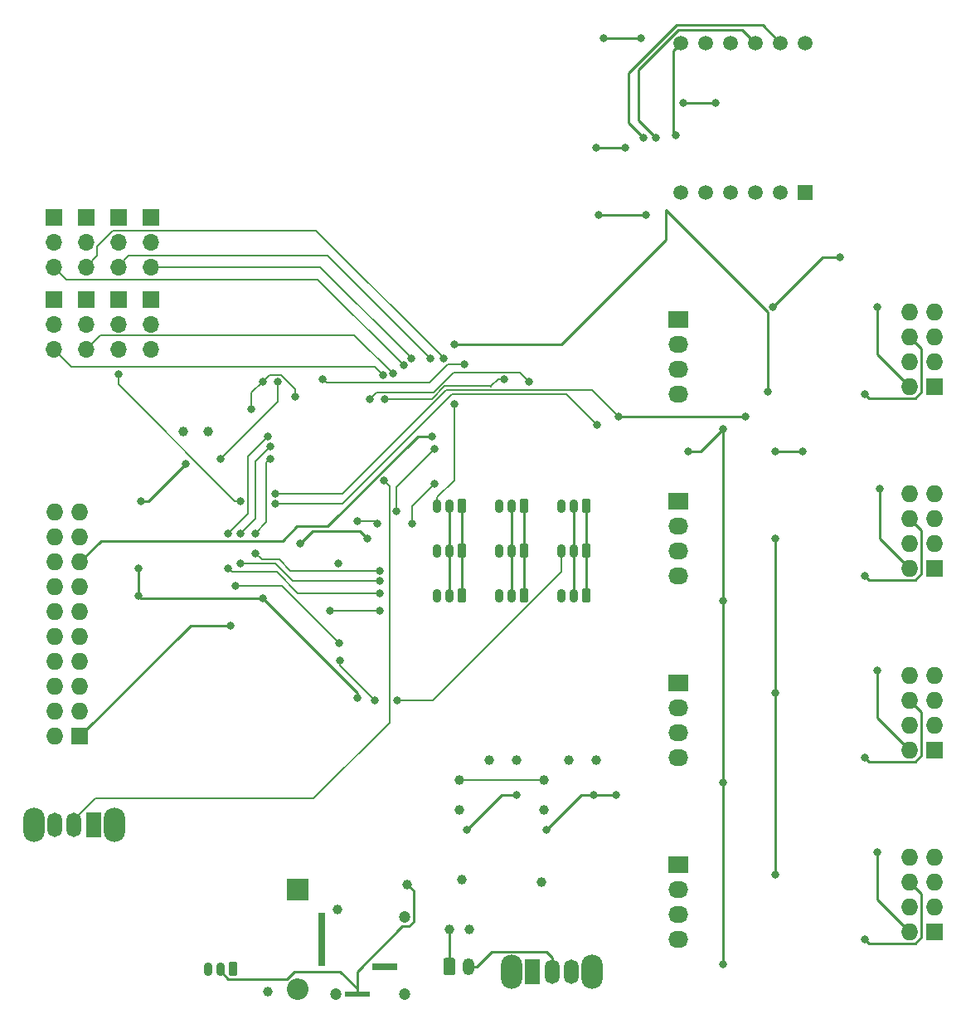
<source format=gbl>
G04 #@! TF.GenerationSoftware,KiCad,Pcbnew,(5.1.0-0)*
G04 #@! TF.CreationDate,2019-07-17T00:11:31+01:00*
G04 #@! TF.ProjectId,Face6,46616365-362e-46b6-9963-61645f706362,rev?*
G04 #@! TF.SameCoordinates,Original*
G04 #@! TF.FileFunction,Copper,L2,Bot*
G04 #@! TF.FilePolarity,Positive*
%FSLAX46Y46*%
G04 Gerber Fmt 4.6, Leading zero omitted, Abs format (unit mm)*
G04 Created by KiCad (PCBNEW (5.1.0-0)) date 2019-07-17 00:11:31*
%MOMM*%
%LPD*%
G04 APERTURE LIST*
%ADD10C,0.100000*%
%ADD11C,0.900000*%
%ADD12O,0.900000X1.400000*%
%ADD13R,2.200000X2.200000*%
%ADD14O,2.200000X2.200000*%
%ADD15R,1.727200X1.727200*%
%ADD16O,1.727200X1.727200*%
%ADD17O,2.200000X3.500000*%
%ADD18O,1.500000X2.500000*%
%ADD19R,1.500000X2.500000*%
%ADD20C,1.200000*%
%ADD21O,1.200000X1.750000*%
%ADD22R,1.500000X1.500000*%
%ADD23C,1.500000*%
%ADD24O,2.030000X1.730000*%
%ADD25R,2.030000X1.730000*%
%ADD26C,1.000000*%
%ADD27R,0.800000X5.500000*%
%ADD28R,2.600000X0.600000*%
%ADD29R,2.600000X0.800000*%
%ADD30R,1.700000X1.700000*%
%ADD31O,1.700000X1.700000*%
%ADD32C,0.800000*%
%ADD33C,0.150000*%
%ADD34C,0.250000*%
G04 APERTURE END LIST*
D10*
G36*
X156203054Y-134175083D02*
G01*
X156224895Y-134178323D01*
X156246314Y-134183688D01*
X156267104Y-134191127D01*
X156287064Y-134200568D01*
X156306003Y-134211919D01*
X156323738Y-134225073D01*
X156340099Y-134239901D01*
X156354927Y-134256262D01*
X156368081Y-134273997D01*
X156379432Y-134292936D01*
X156388873Y-134312896D01*
X156396312Y-134333686D01*
X156401677Y-134355105D01*
X156404917Y-134376946D01*
X156406000Y-134399000D01*
X156406000Y-135349000D01*
X156404917Y-135371054D01*
X156401677Y-135392895D01*
X156396312Y-135414314D01*
X156388873Y-135435104D01*
X156379432Y-135455064D01*
X156368081Y-135474003D01*
X156354927Y-135491738D01*
X156340099Y-135508099D01*
X156323738Y-135522927D01*
X156306003Y-135536081D01*
X156287064Y-135547432D01*
X156267104Y-135556873D01*
X156246314Y-135564312D01*
X156224895Y-135569677D01*
X156203054Y-135572917D01*
X156181000Y-135574000D01*
X155731000Y-135574000D01*
X155708946Y-135572917D01*
X155687105Y-135569677D01*
X155665686Y-135564312D01*
X155644896Y-135556873D01*
X155624936Y-135547432D01*
X155605997Y-135536081D01*
X155588262Y-135522927D01*
X155571901Y-135508099D01*
X155557073Y-135491738D01*
X155543919Y-135474003D01*
X155532568Y-135455064D01*
X155523127Y-135435104D01*
X155515688Y-135414314D01*
X155510323Y-135392895D01*
X155507083Y-135371054D01*
X155506000Y-135349000D01*
X155506000Y-134399000D01*
X155507083Y-134376946D01*
X155510323Y-134355105D01*
X155515688Y-134333686D01*
X155523127Y-134312896D01*
X155532568Y-134292936D01*
X155543919Y-134273997D01*
X155557073Y-134256262D01*
X155571901Y-134239901D01*
X155588262Y-134225073D01*
X155605997Y-134211919D01*
X155624936Y-134200568D01*
X155644896Y-134191127D01*
X155665686Y-134183688D01*
X155687105Y-134178323D01*
X155708946Y-134175083D01*
X155731000Y-134174000D01*
X156181000Y-134174000D01*
X156203054Y-134175083D01*
X156203054Y-134175083D01*
G37*
D11*
X155956000Y-134874000D03*
D12*
X154706000Y-134874000D03*
X153456000Y-134874000D03*
D13*
X162560000Y-126746000D03*
D14*
X162560000Y-136906000D03*
D15*
X140309600Y-111150400D03*
D16*
X137769600Y-111150400D03*
X140309600Y-108610400D03*
X137769600Y-108610400D03*
X140309600Y-106070400D03*
X137769600Y-106070400D03*
X140309600Y-103530400D03*
X137769600Y-103530400D03*
X140309600Y-100990400D03*
X137769600Y-100990400D03*
X140309600Y-98450400D03*
X137769600Y-98450400D03*
X140309600Y-95910400D03*
X137769600Y-95910400D03*
X140309600Y-93370400D03*
X137769600Y-93370400D03*
X140309600Y-90830400D03*
X137769600Y-90830400D03*
X140309600Y-88290400D03*
X137769600Y-88290400D03*
D17*
X192637600Y-135204200D03*
X184437600Y-135204200D03*
D18*
X190537600Y-135204200D03*
X188537600Y-135204200D03*
D19*
X186537600Y-135204200D03*
D10*
G36*
X178428505Y-133746204D02*
G01*
X178452773Y-133749804D01*
X178476572Y-133755765D01*
X178499671Y-133764030D01*
X178521850Y-133774520D01*
X178542893Y-133787132D01*
X178562599Y-133801747D01*
X178580777Y-133818223D01*
X178597253Y-133836401D01*
X178611868Y-133856107D01*
X178624480Y-133877150D01*
X178634970Y-133899329D01*
X178643235Y-133922428D01*
X178649196Y-133946227D01*
X178652796Y-133970495D01*
X178654000Y-133994999D01*
X178654000Y-135245001D01*
X178652796Y-135269505D01*
X178649196Y-135293773D01*
X178643235Y-135317572D01*
X178634970Y-135340671D01*
X178624480Y-135362850D01*
X178611868Y-135383893D01*
X178597253Y-135403599D01*
X178580777Y-135421777D01*
X178562599Y-135438253D01*
X178542893Y-135452868D01*
X178521850Y-135465480D01*
X178499671Y-135475970D01*
X178476572Y-135484235D01*
X178452773Y-135490196D01*
X178428505Y-135493796D01*
X178404001Y-135495000D01*
X177703999Y-135495000D01*
X177679495Y-135493796D01*
X177655227Y-135490196D01*
X177631428Y-135484235D01*
X177608329Y-135475970D01*
X177586150Y-135465480D01*
X177565107Y-135452868D01*
X177545401Y-135438253D01*
X177527223Y-135421777D01*
X177510747Y-135403599D01*
X177496132Y-135383893D01*
X177483520Y-135362850D01*
X177473030Y-135340671D01*
X177464765Y-135317572D01*
X177458804Y-135293773D01*
X177455204Y-135269505D01*
X177454000Y-135245001D01*
X177454000Y-133994999D01*
X177455204Y-133970495D01*
X177458804Y-133946227D01*
X177464765Y-133922428D01*
X177473030Y-133899329D01*
X177483520Y-133877150D01*
X177496132Y-133856107D01*
X177510747Y-133836401D01*
X177527223Y-133818223D01*
X177545401Y-133801747D01*
X177565107Y-133787132D01*
X177586150Y-133774520D01*
X177608329Y-133764030D01*
X177631428Y-133755765D01*
X177655227Y-133749804D01*
X177679495Y-133746204D01*
X177703999Y-133745000D01*
X178404001Y-133745000D01*
X178428505Y-133746204D01*
X178428505Y-133746204D01*
G37*
D20*
X178054000Y-134620000D03*
D21*
X180054000Y-134620000D03*
D22*
X214376000Y-55626000D03*
D23*
X211836000Y-55626000D03*
X209296000Y-55626000D03*
X206756000Y-55626000D03*
X204216000Y-55626000D03*
X201676000Y-55626000D03*
X201676000Y-40386000D03*
X204216000Y-40386000D03*
X206756000Y-40386000D03*
X209296000Y-40386000D03*
X211836000Y-40386000D03*
X214376000Y-40386000D03*
D15*
X227584000Y-75438000D03*
D16*
X225044000Y-75438000D03*
X227584000Y-72898000D03*
X225044000Y-72898000D03*
X227584000Y-70358000D03*
X225044000Y-70358000D03*
X227584000Y-67818000D03*
X225044000Y-67818000D03*
D24*
X201422000Y-76200000D03*
X201422000Y-73660000D03*
X201422000Y-71120000D03*
D25*
X201422000Y-68580000D03*
D16*
X225044000Y-86360000D03*
X227584000Y-86360000D03*
X225044000Y-88900000D03*
X227584000Y-88900000D03*
X225044000Y-91440000D03*
X227584000Y-91440000D03*
X225044000Y-93980000D03*
D15*
X227584000Y-93980000D03*
D25*
X201422000Y-87122000D03*
D24*
X201422000Y-89662000D03*
X201422000Y-92202000D03*
X201422000Y-94742000D03*
D15*
X227584000Y-112522000D03*
D16*
X225044000Y-112522000D03*
X227584000Y-109982000D03*
X225044000Y-109982000D03*
X227584000Y-107442000D03*
X225044000Y-107442000D03*
X227584000Y-104902000D03*
X225044000Y-104902000D03*
D25*
X201422000Y-105664000D03*
D24*
X201422000Y-108204000D03*
X201422000Y-110744000D03*
X201422000Y-113284000D03*
D16*
X225044000Y-123444000D03*
X227584000Y-123444000D03*
X225044000Y-125984000D03*
X227584000Y-125984000D03*
X225044000Y-128524000D03*
X227584000Y-128524000D03*
X225044000Y-131064000D03*
D15*
X227584000Y-131064000D03*
D24*
X201422000Y-131826000D03*
X201422000Y-129286000D03*
X201422000Y-126746000D03*
D25*
X201422000Y-124206000D03*
D20*
X173482000Y-129603500D03*
X173482000Y-137414000D03*
X166497000Y-137414000D03*
D26*
X166624000Y-128778000D03*
D27*
X165036500Y-131889500D03*
D28*
X168656000Y-137414000D03*
D29*
X171450000Y-134620000D03*
D12*
X176824000Y-96774000D03*
X178074000Y-96774000D03*
D10*
G36*
X179571054Y-96075083D02*
G01*
X179592895Y-96078323D01*
X179614314Y-96083688D01*
X179635104Y-96091127D01*
X179655064Y-96100568D01*
X179674003Y-96111919D01*
X179691738Y-96125073D01*
X179708099Y-96139901D01*
X179722927Y-96156262D01*
X179736081Y-96173997D01*
X179747432Y-96192936D01*
X179756873Y-96212896D01*
X179764312Y-96233686D01*
X179769677Y-96255105D01*
X179772917Y-96276946D01*
X179774000Y-96299000D01*
X179774000Y-97249000D01*
X179772917Y-97271054D01*
X179769677Y-97292895D01*
X179764312Y-97314314D01*
X179756873Y-97335104D01*
X179747432Y-97355064D01*
X179736081Y-97374003D01*
X179722927Y-97391738D01*
X179708099Y-97408099D01*
X179691738Y-97422927D01*
X179674003Y-97436081D01*
X179655064Y-97447432D01*
X179635104Y-97456873D01*
X179614314Y-97464312D01*
X179592895Y-97469677D01*
X179571054Y-97472917D01*
X179549000Y-97474000D01*
X179099000Y-97474000D01*
X179076946Y-97472917D01*
X179055105Y-97469677D01*
X179033686Y-97464312D01*
X179012896Y-97456873D01*
X178992936Y-97447432D01*
X178973997Y-97436081D01*
X178956262Y-97422927D01*
X178939901Y-97408099D01*
X178925073Y-97391738D01*
X178911919Y-97374003D01*
X178900568Y-97355064D01*
X178891127Y-97335104D01*
X178883688Y-97314314D01*
X178878323Y-97292895D01*
X178875083Y-97271054D01*
X178874000Y-97249000D01*
X178874000Y-96299000D01*
X178875083Y-96276946D01*
X178878323Y-96255105D01*
X178883688Y-96233686D01*
X178891127Y-96212896D01*
X178900568Y-96192936D01*
X178911919Y-96173997D01*
X178925073Y-96156262D01*
X178939901Y-96139901D01*
X178956262Y-96125073D01*
X178973997Y-96111919D01*
X178992936Y-96100568D01*
X179012896Y-96091127D01*
X179033686Y-96083688D01*
X179055105Y-96078323D01*
X179076946Y-96075083D01*
X179099000Y-96074000D01*
X179549000Y-96074000D01*
X179571054Y-96075083D01*
X179571054Y-96075083D01*
G37*
D11*
X179324000Y-96774000D03*
D12*
X189524000Y-87630000D03*
X190774000Y-87630000D03*
D10*
G36*
X192271054Y-86931083D02*
G01*
X192292895Y-86934323D01*
X192314314Y-86939688D01*
X192335104Y-86947127D01*
X192355064Y-86956568D01*
X192374003Y-86967919D01*
X192391738Y-86981073D01*
X192408099Y-86995901D01*
X192422927Y-87012262D01*
X192436081Y-87029997D01*
X192447432Y-87048936D01*
X192456873Y-87068896D01*
X192464312Y-87089686D01*
X192469677Y-87111105D01*
X192472917Y-87132946D01*
X192474000Y-87155000D01*
X192474000Y-88105000D01*
X192472917Y-88127054D01*
X192469677Y-88148895D01*
X192464312Y-88170314D01*
X192456873Y-88191104D01*
X192447432Y-88211064D01*
X192436081Y-88230003D01*
X192422927Y-88247738D01*
X192408099Y-88264099D01*
X192391738Y-88278927D01*
X192374003Y-88292081D01*
X192355064Y-88303432D01*
X192335104Y-88312873D01*
X192314314Y-88320312D01*
X192292895Y-88325677D01*
X192271054Y-88328917D01*
X192249000Y-88330000D01*
X191799000Y-88330000D01*
X191776946Y-88328917D01*
X191755105Y-88325677D01*
X191733686Y-88320312D01*
X191712896Y-88312873D01*
X191692936Y-88303432D01*
X191673997Y-88292081D01*
X191656262Y-88278927D01*
X191639901Y-88264099D01*
X191625073Y-88247738D01*
X191611919Y-88230003D01*
X191600568Y-88211064D01*
X191591127Y-88191104D01*
X191583688Y-88170314D01*
X191578323Y-88148895D01*
X191575083Y-88127054D01*
X191574000Y-88105000D01*
X191574000Y-87155000D01*
X191575083Y-87132946D01*
X191578323Y-87111105D01*
X191583688Y-87089686D01*
X191591127Y-87068896D01*
X191600568Y-87048936D01*
X191611919Y-87029997D01*
X191625073Y-87012262D01*
X191639901Y-86995901D01*
X191656262Y-86981073D01*
X191673997Y-86967919D01*
X191692936Y-86956568D01*
X191712896Y-86947127D01*
X191733686Y-86939688D01*
X191755105Y-86934323D01*
X191776946Y-86931083D01*
X191799000Y-86930000D01*
X192249000Y-86930000D01*
X192271054Y-86931083D01*
X192271054Y-86931083D01*
G37*
D11*
X192024000Y-87630000D03*
D12*
X189524000Y-96774000D03*
X190774000Y-96774000D03*
D10*
G36*
X192271054Y-96075083D02*
G01*
X192292895Y-96078323D01*
X192314314Y-96083688D01*
X192335104Y-96091127D01*
X192355064Y-96100568D01*
X192374003Y-96111919D01*
X192391738Y-96125073D01*
X192408099Y-96139901D01*
X192422927Y-96156262D01*
X192436081Y-96173997D01*
X192447432Y-96192936D01*
X192456873Y-96212896D01*
X192464312Y-96233686D01*
X192469677Y-96255105D01*
X192472917Y-96276946D01*
X192474000Y-96299000D01*
X192474000Y-97249000D01*
X192472917Y-97271054D01*
X192469677Y-97292895D01*
X192464312Y-97314314D01*
X192456873Y-97335104D01*
X192447432Y-97355064D01*
X192436081Y-97374003D01*
X192422927Y-97391738D01*
X192408099Y-97408099D01*
X192391738Y-97422927D01*
X192374003Y-97436081D01*
X192355064Y-97447432D01*
X192335104Y-97456873D01*
X192314314Y-97464312D01*
X192292895Y-97469677D01*
X192271054Y-97472917D01*
X192249000Y-97474000D01*
X191799000Y-97474000D01*
X191776946Y-97472917D01*
X191755105Y-97469677D01*
X191733686Y-97464312D01*
X191712896Y-97456873D01*
X191692936Y-97447432D01*
X191673997Y-97436081D01*
X191656262Y-97422927D01*
X191639901Y-97408099D01*
X191625073Y-97391738D01*
X191611919Y-97374003D01*
X191600568Y-97355064D01*
X191591127Y-97335104D01*
X191583688Y-97314314D01*
X191578323Y-97292895D01*
X191575083Y-97271054D01*
X191574000Y-97249000D01*
X191574000Y-96299000D01*
X191575083Y-96276946D01*
X191578323Y-96255105D01*
X191583688Y-96233686D01*
X191591127Y-96212896D01*
X191600568Y-96192936D01*
X191611919Y-96173997D01*
X191625073Y-96156262D01*
X191639901Y-96139901D01*
X191656262Y-96125073D01*
X191673997Y-96111919D01*
X191692936Y-96100568D01*
X191712896Y-96091127D01*
X191733686Y-96083688D01*
X191755105Y-96078323D01*
X191776946Y-96075083D01*
X191799000Y-96074000D01*
X192249000Y-96074000D01*
X192271054Y-96075083D01*
X192271054Y-96075083D01*
G37*
D11*
X192024000Y-96774000D03*
D10*
G36*
X185921054Y-96075083D02*
G01*
X185942895Y-96078323D01*
X185964314Y-96083688D01*
X185985104Y-96091127D01*
X186005064Y-96100568D01*
X186024003Y-96111919D01*
X186041738Y-96125073D01*
X186058099Y-96139901D01*
X186072927Y-96156262D01*
X186086081Y-96173997D01*
X186097432Y-96192936D01*
X186106873Y-96212896D01*
X186114312Y-96233686D01*
X186119677Y-96255105D01*
X186122917Y-96276946D01*
X186124000Y-96299000D01*
X186124000Y-97249000D01*
X186122917Y-97271054D01*
X186119677Y-97292895D01*
X186114312Y-97314314D01*
X186106873Y-97335104D01*
X186097432Y-97355064D01*
X186086081Y-97374003D01*
X186072927Y-97391738D01*
X186058099Y-97408099D01*
X186041738Y-97422927D01*
X186024003Y-97436081D01*
X186005064Y-97447432D01*
X185985104Y-97456873D01*
X185964314Y-97464312D01*
X185942895Y-97469677D01*
X185921054Y-97472917D01*
X185899000Y-97474000D01*
X185449000Y-97474000D01*
X185426946Y-97472917D01*
X185405105Y-97469677D01*
X185383686Y-97464312D01*
X185362896Y-97456873D01*
X185342936Y-97447432D01*
X185323997Y-97436081D01*
X185306262Y-97422927D01*
X185289901Y-97408099D01*
X185275073Y-97391738D01*
X185261919Y-97374003D01*
X185250568Y-97355064D01*
X185241127Y-97335104D01*
X185233688Y-97314314D01*
X185228323Y-97292895D01*
X185225083Y-97271054D01*
X185224000Y-97249000D01*
X185224000Y-96299000D01*
X185225083Y-96276946D01*
X185228323Y-96255105D01*
X185233688Y-96233686D01*
X185241127Y-96212896D01*
X185250568Y-96192936D01*
X185261919Y-96173997D01*
X185275073Y-96156262D01*
X185289901Y-96139901D01*
X185306262Y-96125073D01*
X185323997Y-96111919D01*
X185342936Y-96100568D01*
X185362896Y-96091127D01*
X185383686Y-96083688D01*
X185405105Y-96078323D01*
X185426946Y-96075083D01*
X185449000Y-96074000D01*
X185899000Y-96074000D01*
X185921054Y-96075083D01*
X185921054Y-96075083D01*
G37*
D11*
X185674000Y-96774000D03*
D12*
X184424000Y-96774000D03*
X183174000Y-96774000D03*
D10*
G36*
X185921054Y-86931083D02*
G01*
X185942895Y-86934323D01*
X185964314Y-86939688D01*
X185985104Y-86947127D01*
X186005064Y-86956568D01*
X186024003Y-86967919D01*
X186041738Y-86981073D01*
X186058099Y-86995901D01*
X186072927Y-87012262D01*
X186086081Y-87029997D01*
X186097432Y-87048936D01*
X186106873Y-87068896D01*
X186114312Y-87089686D01*
X186119677Y-87111105D01*
X186122917Y-87132946D01*
X186124000Y-87155000D01*
X186124000Y-88105000D01*
X186122917Y-88127054D01*
X186119677Y-88148895D01*
X186114312Y-88170314D01*
X186106873Y-88191104D01*
X186097432Y-88211064D01*
X186086081Y-88230003D01*
X186072927Y-88247738D01*
X186058099Y-88264099D01*
X186041738Y-88278927D01*
X186024003Y-88292081D01*
X186005064Y-88303432D01*
X185985104Y-88312873D01*
X185964314Y-88320312D01*
X185942895Y-88325677D01*
X185921054Y-88328917D01*
X185899000Y-88330000D01*
X185449000Y-88330000D01*
X185426946Y-88328917D01*
X185405105Y-88325677D01*
X185383686Y-88320312D01*
X185362896Y-88312873D01*
X185342936Y-88303432D01*
X185323997Y-88292081D01*
X185306262Y-88278927D01*
X185289901Y-88264099D01*
X185275073Y-88247738D01*
X185261919Y-88230003D01*
X185250568Y-88211064D01*
X185241127Y-88191104D01*
X185233688Y-88170314D01*
X185228323Y-88148895D01*
X185225083Y-88127054D01*
X185224000Y-88105000D01*
X185224000Y-87155000D01*
X185225083Y-87132946D01*
X185228323Y-87111105D01*
X185233688Y-87089686D01*
X185241127Y-87068896D01*
X185250568Y-87048936D01*
X185261919Y-87029997D01*
X185275073Y-87012262D01*
X185289901Y-86995901D01*
X185306262Y-86981073D01*
X185323997Y-86967919D01*
X185342936Y-86956568D01*
X185362896Y-86947127D01*
X185383686Y-86939688D01*
X185405105Y-86934323D01*
X185426946Y-86931083D01*
X185449000Y-86930000D01*
X185899000Y-86930000D01*
X185921054Y-86931083D01*
X185921054Y-86931083D01*
G37*
D11*
X185674000Y-87630000D03*
D12*
X184424000Y-87630000D03*
X183174000Y-87630000D03*
D10*
G36*
X185921054Y-91503083D02*
G01*
X185942895Y-91506323D01*
X185964314Y-91511688D01*
X185985104Y-91519127D01*
X186005064Y-91528568D01*
X186024003Y-91539919D01*
X186041738Y-91553073D01*
X186058099Y-91567901D01*
X186072927Y-91584262D01*
X186086081Y-91601997D01*
X186097432Y-91620936D01*
X186106873Y-91640896D01*
X186114312Y-91661686D01*
X186119677Y-91683105D01*
X186122917Y-91704946D01*
X186124000Y-91727000D01*
X186124000Y-92677000D01*
X186122917Y-92699054D01*
X186119677Y-92720895D01*
X186114312Y-92742314D01*
X186106873Y-92763104D01*
X186097432Y-92783064D01*
X186086081Y-92802003D01*
X186072927Y-92819738D01*
X186058099Y-92836099D01*
X186041738Y-92850927D01*
X186024003Y-92864081D01*
X186005064Y-92875432D01*
X185985104Y-92884873D01*
X185964314Y-92892312D01*
X185942895Y-92897677D01*
X185921054Y-92900917D01*
X185899000Y-92902000D01*
X185449000Y-92902000D01*
X185426946Y-92900917D01*
X185405105Y-92897677D01*
X185383686Y-92892312D01*
X185362896Y-92884873D01*
X185342936Y-92875432D01*
X185323997Y-92864081D01*
X185306262Y-92850927D01*
X185289901Y-92836099D01*
X185275073Y-92819738D01*
X185261919Y-92802003D01*
X185250568Y-92783064D01*
X185241127Y-92763104D01*
X185233688Y-92742314D01*
X185228323Y-92720895D01*
X185225083Y-92699054D01*
X185224000Y-92677000D01*
X185224000Y-91727000D01*
X185225083Y-91704946D01*
X185228323Y-91683105D01*
X185233688Y-91661686D01*
X185241127Y-91640896D01*
X185250568Y-91620936D01*
X185261919Y-91601997D01*
X185275073Y-91584262D01*
X185289901Y-91567901D01*
X185306262Y-91553073D01*
X185323997Y-91539919D01*
X185342936Y-91528568D01*
X185362896Y-91519127D01*
X185383686Y-91511688D01*
X185405105Y-91506323D01*
X185426946Y-91503083D01*
X185449000Y-91502000D01*
X185899000Y-91502000D01*
X185921054Y-91503083D01*
X185921054Y-91503083D01*
G37*
D11*
X185674000Y-92202000D03*
D12*
X184424000Y-92202000D03*
X183174000Y-92202000D03*
D10*
G36*
X179571054Y-86931083D02*
G01*
X179592895Y-86934323D01*
X179614314Y-86939688D01*
X179635104Y-86947127D01*
X179655064Y-86956568D01*
X179674003Y-86967919D01*
X179691738Y-86981073D01*
X179708099Y-86995901D01*
X179722927Y-87012262D01*
X179736081Y-87029997D01*
X179747432Y-87048936D01*
X179756873Y-87068896D01*
X179764312Y-87089686D01*
X179769677Y-87111105D01*
X179772917Y-87132946D01*
X179774000Y-87155000D01*
X179774000Y-88105000D01*
X179772917Y-88127054D01*
X179769677Y-88148895D01*
X179764312Y-88170314D01*
X179756873Y-88191104D01*
X179747432Y-88211064D01*
X179736081Y-88230003D01*
X179722927Y-88247738D01*
X179708099Y-88264099D01*
X179691738Y-88278927D01*
X179674003Y-88292081D01*
X179655064Y-88303432D01*
X179635104Y-88312873D01*
X179614314Y-88320312D01*
X179592895Y-88325677D01*
X179571054Y-88328917D01*
X179549000Y-88330000D01*
X179099000Y-88330000D01*
X179076946Y-88328917D01*
X179055105Y-88325677D01*
X179033686Y-88320312D01*
X179012896Y-88312873D01*
X178992936Y-88303432D01*
X178973997Y-88292081D01*
X178956262Y-88278927D01*
X178939901Y-88264099D01*
X178925073Y-88247738D01*
X178911919Y-88230003D01*
X178900568Y-88211064D01*
X178891127Y-88191104D01*
X178883688Y-88170314D01*
X178878323Y-88148895D01*
X178875083Y-88127054D01*
X178874000Y-88105000D01*
X178874000Y-87155000D01*
X178875083Y-87132946D01*
X178878323Y-87111105D01*
X178883688Y-87089686D01*
X178891127Y-87068896D01*
X178900568Y-87048936D01*
X178911919Y-87029997D01*
X178925073Y-87012262D01*
X178939901Y-86995901D01*
X178956262Y-86981073D01*
X178973997Y-86967919D01*
X178992936Y-86956568D01*
X179012896Y-86947127D01*
X179033686Y-86939688D01*
X179055105Y-86934323D01*
X179076946Y-86931083D01*
X179099000Y-86930000D01*
X179549000Y-86930000D01*
X179571054Y-86931083D01*
X179571054Y-86931083D01*
G37*
D11*
X179324000Y-87630000D03*
D12*
X178074000Y-87630000D03*
X176824000Y-87630000D03*
D10*
G36*
X179571054Y-91503083D02*
G01*
X179592895Y-91506323D01*
X179614314Y-91511688D01*
X179635104Y-91519127D01*
X179655064Y-91528568D01*
X179674003Y-91539919D01*
X179691738Y-91553073D01*
X179708099Y-91567901D01*
X179722927Y-91584262D01*
X179736081Y-91601997D01*
X179747432Y-91620936D01*
X179756873Y-91640896D01*
X179764312Y-91661686D01*
X179769677Y-91683105D01*
X179772917Y-91704946D01*
X179774000Y-91727000D01*
X179774000Y-92677000D01*
X179772917Y-92699054D01*
X179769677Y-92720895D01*
X179764312Y-92742314D01*
X179756873Y-92763104D01*
X179747432Y-92783064D01*
X179736081Y-92802003D01*
X179722927Y-92819738D01*
X179708099Y-92836099D01*
X179691738Y-92850927D01*
X179674003Y-92864081D01*
X179655064Y-92875432D01*
X179635104Y-92884873D01*
X179614314Y-92892312D01*
X179592895Y-92897677D01*
X179571054Y-92900917D01*
X179549000Y-92902000D01*
X179099000Y-92902000D01*
X179076946Y-92900917D01*
X179055105Y-92897677D01*
X179033686Y-92892312D01*
X179012896Y-92884873D01*
X178992936Y-92875432D01*
X178973997Y-92864081D01*
X178956262Y-92850927D01*
X178939901Y-92836099D01*
X178925073Y-92819738D01*
X178911919Y-92802003D01*
X178900568Y-92783064D01*
X178891127Y-92763104D01*
X178883688Y-92742314D01*
X178878323Y-92720895D01*
X178875083Y-92699054D01*
X178874000Y-92677000D01*
X178874000Y-91727000D01*
X178875083Y-91704946D01*
X178878323Y-91683105D01*
X178883688Y-91661686D01*
X178891127Y-91640896D01*
X178900568Y-91620936D01*
X178911919Y-91601997D01*
X178925073Y-91584262D01*
X178939901Y-91567901D01*
X178956262Y-91553073D01*
X178973997Y-91539919D01*
X178992936Y-91528568D01*
X179012896Y-91519127D01*
X179033686Y-91511688D01*
X179055105Y-91506323D01*
X179076946Y-91503083D01*
X179099000Y-91502000D01*
X179549000Y-91502000D01*
X179571054Y-91503083D01*
X179571054Y-91503083D01*
G37*
D11*
X179324000Y-92202000D03*
D12*
X178074000Y-92202000D03*
X176824000Y-92202000D03*
X189524000Y-92202000D03*
X190774000Y-92202000D03*
D10*
G36*
X192271054Y-91503083D02*
G01*
X192292895Y-91506323D01*
X192314314Y-91511688D01*
X192335104Y-91519127D01*
X192355064Y-91528568D01*
X192374003Y-91539919D01*
X192391738Y-91553073D01*
X192408099Y-91567901D01*
X192422927Y-91584262D01*
X192436081Y-91601997D01*
X192447432Y-91620936D01*
X192456873Y-91640896D01*
X192464312Y-91661686D01*
X192469677Y-91683105D01*
X192472917Y-91704946D01*
X192474000Y-91727000D01*
X192474000Y-92677000D01*
X192472917Y-92699054D01*
X192469677Y-92720895D01*
X192464312Y-92742314D01*
X192456873Y-92763104D01*
X192447432Y-92783064D01*
X192436081Y-92802003D01*
X192422927Y-92819738D01*
X192408099Y-92836099D01*
X192391738Y-92850927D01*
X192374003Y-92864081D01*
X192355064Y-92875432D01*
X192335104Y-92884873D01*
X192314314Y-92892312D01*
X192292895Y-92897677D01*
X192271054Y-92900917D01*
X192249000Y-92902000D01*
X191799000Y-92902000D01*
X191776946Y-92900917D01*
X191755105Y-92897677D01*
X191733686Y-92892312D01*
X191712896Y-92884873D01*
X191692936Y-92875432D01*
X191673997Y-92864081D01*
X191656262Y-92850927D01*
X191639901Y-92836099D01*
X191625073Y-92819738D01*
X191611919Y-92802003D01*
X191600568Y-92783064D01*
X191591127Y-92763104D01*
X191583688Y-92742314D01*
X191578323Y-92720895D01*
X191575083Y-92699054D01*
X191574000Y-92677000D01*
X191574000Y-91727000D01*
X191575083Y-91704946D01*
X191578323Y-91683105D01*
X191583688Y-91661686D01*
X191591127Y-91640896D01*
X191600568Y-91620936D01*
X191611919Y-91601997D01*
X191625073Y-91584262D01*
X191639901Y-91567901D01*
X191656262Y-91553073D01*
X191673997Y-91539919D01*
X191692936Y-91528568D01*
X191712896Y-91519127D01*
X191733686Y-91511688D01*
X191755105Y-91506323D01*
X191776946Y-91503083D01*
X191799000Y-91502000D01*
X192249000Y-91502000D01*
X192271054Y-91503083D01*
X192271054Y-91503083D01*
G37*
D11*
X192024000Y-92202000D03*
D19*
X141728000Y-120142000D03*
D18*
X139728000Y-120142000D03*
X137728000Y-120142000D03*
D17*
X143828000Y-120142000D03*
X135628000Y-120142000D03*
D30*
X137668000Y-58166000D03*
D31*
X137668000Y-60706000D03*
X137668000Y-63246000D03*
X137668000Y-71628000D03*
X137668000Y-69088000D03*
D30*
X137668000Y-66548000D03*
X140970000Y-58213001D03*
D31*
X140970000Y-60753001D03*
X140970000Y-63293001D03*
X140970000Y-71628000D03*
X140970000Y-69088000D03*
D30*
X140970000Y-66548000D03*
X144299001Y-58213001D03*
D31*
X144299001Y-60753001D03*
X144299001Y-63293001D03*
X144272000Y-71628000D03*
X144272000Y-69088000D03*
D30*
X144272000Y-66548000D03*
X147574000Y-58166000D03*
D31*
X147574000Y-60706000D03*
X147574000Y-63246000D03*
X147574000Y-71628000D03*
X147574000Y-69088000D03*
D30*
X147574000Y-66548000D03*
D26*
X173736000Y-126238000D03*
X179324000Y-125730000D03*
X187706000Y-118618000D03*
X187452000Y-125984000D03*
X179070000Y-118618000D03*
X179070000Y-115570000D03*
X193040000Y-113538000D03*
X190246000Y-113538000D03*
X187706000Y-115570000D03*
X184912000Y-113538000D03*
X182118000Y-113538000D03*
X178054000Y-130810000D03*
X180086000Y-130810000D03*
X159512000Y-137160000D03*
X150876000Y-80010000D03*
X153416000Y-80010000D03*
D32*
X157844990Y-77724000D03*
X159004000Y-74930000D03*
X201930000Y-46482000D03*
X205232000Y-46482000D03*
X159004000Y-97028000D03*
X214122000Y-82042000D03*
X211328000Y-82042000D03*
X211328000Y-90932000D03*
X211328000Y-106680000D03*
X211328000Y-125222000D03*
X162306000Y-76454000D03*
X196051000Y-51054000D03*
X151130000Y-83312000D03*
X146558000Y-87122000D03*
X146304000Y-93980000D03*
X146304000Y-96774000D03*
X168656000Y-107188000D03*
X193040000Y-51054000D03*
X179832000Y-120650000D03*
X184912000Y-117094000D03*
X162814000Y-91440000D03*
X169672000Y-90932000D03*
X155702000Y-99822000D03*
X160528000Y-74930000D03*
X154686000Y-82804000D03*
X176530000Y-81788000D03*
X172633010Y-88138000D03*
X187960000Y-120650000D03*
X192786000Y-117094000D03*
X195072000Y-117094000D03*
X193294000Y-57912000D03*
X198120000Y-57912000D03*
X176275988Y-80518000D03*
X173385695Y-73309695D03*
X171292305Y-74254990D03*
X177510671Y-72570011D03*
X172287367Y-74155613D03*
X176106201Y-72570011D03*
X156718000Y-87122000D03*
X144272000Y-74168000D03*
X174211956Y-72570011D03*
X156210000Y-95758000D03*
X166791010Y-101600000D03*
X171395816Y-85035816D03*
X202438000Y-82042000D03*
X205994000Y-79756000D03*
X205994000Y-97282000D03*
X205994000Y-115824000D03*
X205994000Y-134366000D03*
X193802000Y-39878000D03*
X197612000Y-39878000D03*
X210566000Y-75946000D03*
X178562000Y-71120000D03*
X195326000Y-78486000D03*
X208280000Y-78486000D03*
X160274000Y-86360000D03*
X193171660Y-79370340D03*
X160274000Y-87376000D03*
X220472000Y-94742000D03*
X221996000Y-85852000D03*
X221742000Y-104394000D03*
X220472000Y-113284000D03*
X220472000Y-131826000D03*
X221742000Y-122936000D03*
X217932000Y-62230000D03*
X211074000Y-67310000D03*
X221742000Y-67310000D03*
X220472000Y-76200000D03*
X201168000Y-49784000D03*
X199136000Y-50038000D03*
X197866000Y-50038000D03*
X170942000Y-96520000D03*
X159512000Y-80518000D03*
X155448000Y-93980000D03*
X155448008Y-90424000D03*
X171449996Y-76708000D03*
X183642000Y-74676000D03*
X170434000Y-107442000D03*
X172720000Y-107442000D03*
X166878000Y-103378000D03*
X170942000Y-95250000D03*
X159766000Y-81534000D03*
X156717998Y-93472000D03*
X156718000Y-90460990D03*
X169926000Y-76708000D03*
X186182000Y-74930000D03*
X166710990Y-93472002D03*
X165100000Y-74676000D03*
X179578000Y-73152000D03*
X178562002Y-77216002D03*
X165862000Y-98298000D03*
X170942000Y-98298000D03*
X159766000Y-82804000D03*
X158242000Y-90424000D03*
X158242000Y-92456000D03*
X170942000Y-94234000D03*
X168656000Y-89154000D03*
X170688000Y-89408000D03*
X174244000Y-89408000D03*
X176530000Y-85344000D03*
D33*
X157844990Y-76089010D02*
X159004000Y-74930000D01*
X157844990Y-77724000D02*
X157844990Y-76089010D01*
D34*
X201930000Y-46482000D02*
X205232000Y-46482000D01*
X214122000Y-82042000D02*
X211328000Y-82042000D01*
X211328000Y-90932000D02*
X211328000Y-106680000D01*
X211328000Y-106680000D02*
X211328000Y-125222000D01*
D33*
X162306000Y-75708998D02*
X162306000Y-76454000D01*
X160852001Y-74254999D02*
X162306000Y-75708998D01*
X159679001Y-74254999D02*
X160852001Y-74254999D01*
X159004000Y-74930000D02*
X159679001Y-74254999D01*
X179070000Y-115570000D02*
X187706000Y-115570000D01*
D34*
X147320000Y-87122000D02*
X146558000Y-87122000D01*
X151130000Y-83312000D02*
X147320000Y-87122000D01*
X146304000Y-93980000D02*
X146304000Y-96774000D01*
X146558000Y-97028000D02*
X146304000Y-96774000D01*
X159004000Y-97028000D02*
X146558000Y-97028000D01*
X179324000Y-87630000D02*
X179324000Y-92202000D01*
X179324000Y-92202000D02*
X179324000Y-96774000D01*
X185674000Y-87630000D02*
X185674000Y-92202000D01*
X185674000Y-92202000D02*
X185674000Y-96774000D01*
X192024000Y-87630000D02*
X192024000Y-92202000D01*
X192024000Y-92202000D02*
X192024000Y-96774000D01*
X168656000Y-106680000D02*
X168656000Y-107188000D01*
X159004000Y-97028000D02*
X168656000Y-106680000D01*
X196051000Y-51054000D02*
X193040000Y-51054000D01*
X183388000Y-117094000D02*
X184912000Y-117094000D01*
X179832000Y-120650000D02*
X183388000Y-117094000D01*
X164064919Y-90189081D02*
X168929081Y-90189081D01*
X168929081Y-90189081D02*
X169672000Y-90932000D01*
X162814000Y-91440000D02*
X164064919Y-90189081D01*
X151638000Y-99822000D02*
X140309600Y-111150400D01*
X155702000Y-99822000D02*
X151638000Y-99822000D01*
D33*
X160528000Y-76962000D02*
X154686000Y-82804000D01*
X160528000Y-74930000D02*
X160528000Y-76962000D01*
X176530000Y-81788000D02*
X172633010Y-85684990D01*
X172633010Y-85684990D02*
X172633010Y-88138000D01*
D34*
X178074000Y-87630000D02*
X178074000Y-92202000D01*
X178074000Y-92202000D02*
X178074000Y-96774000D01*
X184424000Y-87630000D02*
X184424000Y-92202000D01*
X184424000Y-92202000D02*
X184424000Y-96774000D01*
X190774000Y-87630000D02*
X190774000Y-92202000D01*
X190774000Y-92202000D02*
X190774000Y-96774000D01*
X191516000Y-117094000D02*
X192786000Y-117094000D01*
X187960000Y-120650000D02*
X191516000Y-117094000D01*
X195072000Y-117094000D02*
X192786000Y-117094000D01*
X193294000Y-57912000D02*
X198120000Y-57912000D01*
X142494000Y-91186000D02*
X140309600Y-93370400D01*
X165619559Y-89739071D02*
X162482929Y-89739071D01*
X174840630Y-80518000D02*
X165619559Y-89739071D01*
X176275988Y-80518000D02*
X174840630Y-80518000D01*
X162482929Y-89739071D02*
X161036000Y-91186000D01*
X161036000Y-91186000D02*
X142494000Y-91186000D01*
X180904000Y-134620000D02*
X180054000Y-134620000D01*
X182394810Y-133129190D02*
X180904000Y-134620000D01*
X187962590Y-133129190D02*
X182394810Y-133129190D01*
X188537600Y-133704200D02*
X187962590Y-133129190D01*
X188537600Y-135204200D02*
X188537600Y-133704200D01*
D33*
X137668000Y-63246000D02*
X138938000Y-64516000D01*
X164592000Y-64516000D02*
X173385695Y-73309695D01*
X138938000Y-64516000D02*
X164592000Y-64516000D01*
X137668000Y-71628000D02*
X139446000Y-73406000D01*
X170443315Y-73406000D02*
X171292305Y-74254990D01*
X139446000Y-73406000D02*
X170443315Y-73406000D01*
X177110672Y-72170012D02*
X177510671Y-72570011D01*
X142095001Y-62120999D02*
X142095001Y-61160999D01*
X140970000Y-63246000D02*
X142095001Y-62120999D01*
X142095001Y-61160999D02*
X143733000Y-59523000D01*
X164463660Y-59523000D02*
X177110672Y-72170012D01*
X143733000Y-59523000D02*
X164463660Y-59523000D01*
X142384999Y-70213001D02*
X168344755Y-70213001D01*
X168344755Y-70213001D02*
X172287367Y-74155613D01*
X140970000Y-71628000D02*
X142384999Y-70213001D01*
X144273001Y-63188001D02*
X145340003Y-62120999D01*
X165657189Y-62120999D02*
X175706202Y-72170012D01*
X145340003Y-62120999D02*
X165657189Y-62120999D01*
X175706202Y-72170012D02*
X176106201Y-72570011D01*
X144272000Y-75241685D02*
X144272000Y-74168000D01*
X156152315Y-87122000D02*
X144272000Y-75241685D01*
X156718000Y-87122000D02*
X156152315Y-87122000D01*
X164887945Y-63246000D02*
X173811957Y-72170012D01*
X173811957Y-72170012D02*
X174211956Y-72570011D01*
X147574000Y-63246000D02*
X164887945Y-63246000D01*
X156210000Y-95758000D02*
X160949010Y-95758000D01*
X160949010Y-95758000D02*
X166791010Y-101600000D01*
X139732000Y-119642000D02*
X139732000Y-120142000D01*
X164192368Y-117493632D02*
X141880368Y-117493632D01*
X171958000Y-109728000D02*
X164192368Y-117493632D01*
X141880368Y-117493632D02*
X139732000Y-119642000D01*
X171395816Y-85035816D02*
X171958000Y-85598000D01*
X171958000Y-85598000D02*
X171958000Y-109728000D01*
D34*
X203708000Y-82042000D02*
X205994000Y-79756000D01*
X202438000Y-82042000D02*
X203708000Y-82042000D01*
X205994000Y-79756000D02*
X205994000Y-97282000D01*
X205994000Y-97282000D02*
X205994000Y-115824000D01*
X205994000Y-115824000D02*
X205994000Y-134366000D01*
X193802000Y-39878000D02*
X197612000Y-39878000D01*
X210566000Y-67875002D02*
X210566000Y-75946000D01*
X200152000Y-57461002D02*
X210566000Y-67875002D01*
X200152000Y-60452000D02*
X200152000Y-57461002D01*
X178562000Y-71120000D02*
X189484000Y-71120000D01*
X189484000Y-71120000D02*
X200152000Y-60452000D01*
X195326000Y-78486000D02*
X208280000Y-78486000D01*
D33*
X167132000Y-86360000D02*
X160274000Y-86360000D01*
X177703989Y-75788011D02*
X167132000Y-86360000D01*
X195326000Y-78486000D02*
X192628011Y-75788011D01*
X192628011Y-75788011D02*
X177703989Y-75788011D01*
X167132000Y-87376000D02*
X160274000Y-87376000D01*
X178308000Y-76200000D02*
X167132000Y-87376000D01*
X193171660Y-79370340D02*
X190001320Y-76200000D01*
X190001320Y-76200000D02*
X178308000Y-76200000D01*
D34*
X226232601Y-94550529D02*
X225614529Y-95168601D01*
X226232601Y-90088601D02*
X226232601Y-94550529D01*
X220898601Y-95168601D02*
X220472000Y-94742000D01*
X225614529Y-95168601D02*
X220898601Y-95168601D01*
X225044000Y-88900000D02*
X226232601Y-90088601D01*
X221996000Y-90932000D02*
X221996000Y-85852000D01*
X225044000Y-93980000D02*
X221996000Y-90932000D01*
X221742000Y-109220000D02*
X221742000Y-104394000D01*
X225044000Y-112522000D02*
X221742000Y-109220000D01*
X220898601Y-113710601D02*
X220472000Y-113284000D01*
X225614529Y-113710601D02*
X220898601Y-113710601D01*
X226232601Y-108630601D02*
X226232601Y-113092529D01*
X226232601Y-113092529D02*
X225614529Y-113710601D01*
X225044000Y-107442000D02*
X226232601Y-108630601D01*
X225044000Y-125984000D02*
X226232601Y-127172601D01*
X220898601Y-132252601D02*
X220472000Y-131826000D01*
X225614529Y-132252601D02*
X220898601Y-132252601D01*
X226232601Y-131634529D02*
X225614529Y-132252601D01*
X226232601Y-127172601D02*
X226232601Y-131634529D01*
X221742000Y-127762000D02*
X221742000Y-122936000D01*
X225044000Y-131064000D02*
X221742000Y-127762000D01*
X216154000Y-62230000D02*
X211074000Y-67310000D01*
X217932000Y-62230000D02*
X216154000Y-62230000D01*
X221742000Y-72136000D02*
X221742000Y-67310000D01*
X225044000Y-75438000D02*
X221742000Y-72136000D01*
X220898601Y-76626601D02*
X220472000Y-76200000D01*
X225614529Y-76626601D02*
X220898601Y-76626601D01*
X226232601Y-76008529D02*
X225614529Y-76626601D01*
X226232601Y-71546601D02*
X226232601Y-76008529D01*
X225044000Y-70358000D02*
X226232601Y-71546601D01*
X200914000Y-49530000D02*
X201168000Y-49784000D01*
X200914000Y-41148000D02*
X200914000Y-49530000D01*
X201676000Y-40386000D02*
X200914000Y-41148000D01*
X197358000Y-48260000D02*
X199136000Y-50038000D01*
X197358000Y-43112998D02*
X197358000Y-48260000D01*
X201422114Y-39048884D02*
X197358000Y-43112998D01*
X207958884Y-39048884D02*
X201422114Y-39048884D01*
X209296000Y-40386000D02*
X207958884Y-39048884D01*
X196342000Y-43492588D02*
X196342000Y-48514000D01*
X210048875Y-38598875D02*
X201235713Y-38598875D01*
X196342000Y-48514000D02*
X197866000Y-50038000D01*
X201235713Y-38598875D02*
X196342000Y-43492588D01*
X211836000Y-40386000D02*
X210048875Y-38598875D01*
D33*
X157480000Y-82550000D02*
X157480000Y-88392008D01*
X159512000Y-80518000D02*
X157480000Y-82550000D01*
X157480000Y-88392008D02*
X155448008Y-90424000D01*
X162560000Y-96520000D02*
X160419999Y-94379999D01*
X160419999Y-94379999D02*
X155847999Y-94379999D01*
X170942000Y-96520000D02*
X162560000Y-96520000D01*
X155847999Y-94379999D02*
X155448000Y-93980000D01*
X183076315Y-74676000D02*
X183642000Y-74676000D01*
X177574842Y-75409158D02*
X182343158Y-75409158D01*
X171449996Y-76708000D02*
X176276000Y-76708000D01*
X182343158Y-75409158D02*
X183076315Y-74676000D01*
X176276000Y-76708000D02*
X177574842Y-75409158D01*
X182314315Y-75438000D02*
X182343158Y-75409158D01*
X172720000Y-107442000D02*
X172720000Y-107679002D01*
X166878000Y-103886000D02*
X166878000Y-103378000D01*
X170434000Y-107442000D02*
X166878000Y-103886000D01*
X189524000Y-94331124D02*
X189524000Y-92202000D01*
X176413124Y-107442000D02*
X189524000Y-94331124D01*
X172720000Y-107442000D02*
X176413124Y-107442000D01*
X170942000Y-95250000D02*
X162052000Y-95250000D01*
X160274000Y-93472000D02*
X156717998Y-93472000D01*
X162052000Y-95250000D02*
X160274000Y-93472000D01*
X158242000Y-83058000D02*
X158242000Y-88936990D01*
X158242000Y-88936990D02*
X156718000Y-90460990D01*
X159766000Y-81534000D02*
X158242000Y-83058000D01*
X185252999Y-74000999D02*
X186182000Y-74930000D01*
X170601001Y-76032999D02*
X176456013Y-76032999D01*
X178488013Y-74000999D02*
X185252999Y-74000999D01*
X176456013Y-76032999D02*
X178488013Y-74000999D01*
X169926000Y-76708000D02*
X170601001Y-76032999D01*
X166710992Y-93472000D02*
X166710990Y-93472002D01*
X178562002Y-85041998D02*
X178562002Y-77216002D01*
X176824000Y-86780000D02*
X178562002Y-85041998D01*
X176824000Y-87630000D02*
X176824000Y-86780000D01*
X165100000Y-74676000D02*
X165499999Y-75075999D01*
X165499999Y-75075999D02*
X176003685Y-75075999D01*
X176003685Y-75075999D02*
X177927684Y-73152000D01*
X179012315Y-73152000D02*
X179578000Y-73152000D01*
X177927684Y-73152000D02*
X179012315Y-73152000D01*
X165862000Y-98298000D02*
X170942000Y-98298000D01*
X159366001Y-89299999D02*
X158242000Y-90424000D01*
X159366001Y-83203999D02*
X159366001Y-89299999D01*
X159766000Y-82804000D02*
X159366001Y-83203999D01*
X158907990Y-93121990D02*
X160685990Y-93121990D01*
X158242000Y-92456000D02*
X158907990Y-93121990D01*
X161798000Y-94234000D02*
X170942000Y-94234000D01*
X160685990Y-93121990D02*
X161798000Y-94234000D01*
X170434000Y-89154000D02*
X170688000Y-89408000D01*
X168656000Y-89154000D02*
X170434000Y-89154000D01*
X174244000Y-87630000D02*
X176530000Y-85344000D01*
X174244000Y-89408000D02*
X174244000Y-87630000D01*
D34*
X168656000Y-135128998D02*
X168656000Y-136864000D01*
X173256497Y-130528501D02*
X168656000Y-135128998D01*
X173926001Y-130528501D02*
X173256497Y-130528501D01*
X174407001Y-130047501D02*
X173926001Y-130528501D01*
X174407001Y-126909001D02*
X174407001Y-130047501D01*
X173736000Y-126238000D02*
X174407001Y-126909001D01*
X178054000Y-130810000D02*
X178054000Y-134620000D01*
X168656000Y-136864000D02*
X168656000Y-137414000D01*
X166920000Y-135128000D02*
X168656000Y-136864000D01*
X162228998Y-135128000D02*
X166920000Y-135128000D01*
X161457988Y-135899010D02*
X162228998Y-135128000D01*
X155481010Y-135899010D02*
X161457988Y-135899010D01*
X154706000Y-135124000D02*
X155481010Y-135899010D01*
X154706000Y-134874000D02*
X154706000Y-135124000D01*
M02*

</source>
